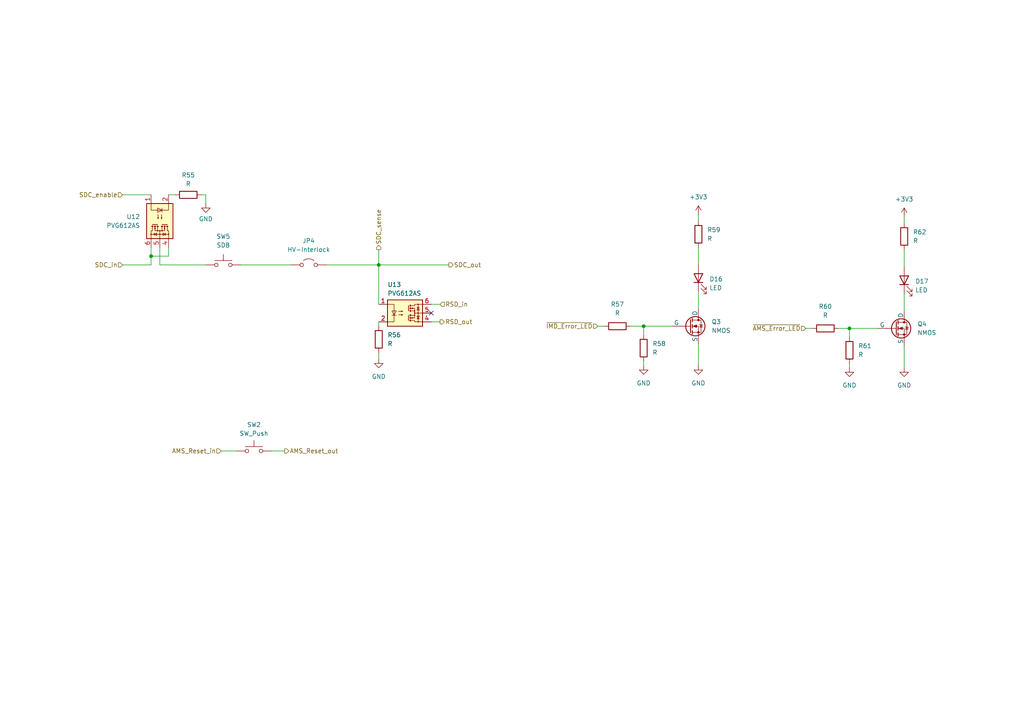
<source format=kicad_sch>
(kicad_sch (version 20231120) (generator "eeschema") (generator_version "8.0")
  (paper "A4")
  (lib_symbols
    (symbol "Device:LED" (pin_numbers hide) (pin_names (offset 1.016) hide)
      (property "Reference" "D" (at 0 2.54 0))
      (property "Value" "LED" (at 0 -2.54 0))
      (symbol "LED_0_1"
        (polyline (pts (xy -1.27 -1.27) (xy -1.27 1.27)) (stroke (width 0.254)))
        (polyline (pts (xy -1.27 0) (xy 1.27 0)))
        (polyline (pts (xy 1.27 -1.27) (xy 1.27 1.27) (xy -1.27 0) (xy 1.27 -1.27)) (stroke (width 0.254)))
        (polyline (pts (xy -3.048 -0.762) (xy -4.572 -2.286) (xy -3.81 -2.286) (xy -4.572 -2.286) (xy -4.572 -1.524)))
        (polyline (pts (xy -1.778 -0.762) (xy -3.302 -2.286) (xy -2.54 -2.286) (xy -3.302 -2.286) (xy -3.302 -1.524)))
      )
      (symbol "LED_1_1"
        (pin passive line (at -3.81 0 0) (length 2.54) (name "K") (number "1"))
        (pin passive line (at 3.81 0 180) (length 2.54) (name "A") (number "2"))
      )
    )
    (symbol "Device:R" (pin_numbers hide) (pin_names (offset 0))
      (property "Reference" "R" (at 2.032 0 90))
      (property "Value" "R" (at 0 0 90))
      (symbol "R_0_1"
        (rectangle (start -1.016 -2.54) (end 1.016 2.54) (stroke (width 0.254)))
      )
      (symbol "R_1_1"
        (pin passive line (at 0 3.81 270) (length 1.27) (name "~") (number "1"))
        (pin passive line (at 0 -3.81 90) (length 1.27) (name "~") (number "2"))
      )
    )
    (symbol "FaSTTUBe_Power-Switches:PVG612AS"
      (property "Reference" "U" (at -3.81 5.08 0))
      (property "Value" "PVG612AS" (at 0 -5.08 0))
      (symbol "PVG612AS_0_1"
        (rectangle (start -5.08 3.81) (end 5.08 -3.81) (stroke (width 0.254)) (fill (type background)))
        (polyline (pts (xy -3.81 -0.635) (xy -2.54 -0.635)))
        (polyline (pts (xy 1.016 -0.635) (xy 1.016 -2.159)) (stroke (width 0.2032)))
        (polyline (pts (xy 1.016 2.159) (xy 1.016 0.635)) (stroke (width 0.2032)))
        (polyline (pts (xy 1.524 -0.508) (xy 1.524 -0.762)) (stroke (width 0.3556)))
        (polyline (pts (xy 2.794 0) (xy 5.08 0)))
        (polyline (pts (xy 3.429 -1.651) (xy 4.191 -1.651)))
        (polyline (pts (xy 3.429 1.651) (xy 4.191 1.651)))
        (polyline (pts (xy 3.81 -2.54) (xy 3.81 2.54)))
        (polyline (pts (xy 1.524 -2.032) (xy 1.524 -2.286) (xy 1.524 -2.286)) (stroke (width 0.3556)))
        (polyline (pts (xy 1.524 -1.27) (xy 1.524 -1.524) (xy 1.524 -1.524)) (stroke (width 0.3556)))
        (polyline (pts (xy 1.524 0.762) (xy 1.524 0.508) (xy 1.524 0.508)) (stroke (width 0.3556)))
        (polyline (pts (xy 1.524 1.524) (xy 1.524 1.27) (xy 1.524 1.27)) (stroke (width 0.3556)))
        (polyline (pts (xy 1.524 2.286) (xy 1.524 2.032) (xy 1.524 2.032)) (stroke (width 0.3556)))
        (polyline (pts (xy 1.651 -1.397) (xy 2.794 -1.397) (xy 2.794 -0.635)))
        (polyline (pts (xy 1.651 1.397) (xy 2.794 1.397) (xy 2.794 0.635)))
        (polyline (pts (xy -5.08 2.54) (xy -3.175 2.54) (xy -3.175 -2.54) (xy -5.08 -2.54)))
        (polyline (pts (xy -3.175 -0.635) (xy -3.81 0.635) (xy -2.54 0.635) (xy -3.175 -0.635)))
        (polyline (pts (xy 1.651 -2.159) (xy 2.794 -2.159) (xy 2.794 -2.54) (xy 5.08 -2.54)))
        (polyline (pts (xy 1.651 -0.635) (xy 2.794 -0.635) (xy 2.794 0.635) (xy 1.651 0.635)))
        (polyline (pts (xy 1.651 2.159) (xy 2.794 2.159) (xy 2.794 2.54) (xy 5.08 2.54)))
        (polyline (pts (xy 1.778 -1.397) (xy 2.286 -1.27) (xy 2.286 -1.524) (xy 1.778 -1.397)))
        (polyline (pts (xy 1.778 1.397) (xy 2.286 1.524) (xy 2.286 1.27) (xy 1.778 1.397)))
        (polyline (pts (xy 3.81 -1.651) (xy 3.429 -0.889) (xy 4.191 -0.889) (xy 3.81 -1.651)))
        (polyline (pts (xy 3.81 1.651) (xy 3.429 0.889) (xy 4.191 0.889) (xy 3.81 1.651)))
        (polyline (pts (xy -1.905 -0.508) (xy -0.635 -0.508) (xy -1.016 -0.635) (xy -1.016 -0.381) (xy -0.635 -0.508)))
        (polyline (pts (xy -1.905 0.508) (xy -0.635 0.508) (xy -1.016 0.381) (xy -1.016 0.635) (xy -0.635 0.508)))
        (circle (center 2.794 -0.635) (radius 0.127))
        (circle (center 2.794 0) (radius 0.127))
        (circle (center 2.794 0.635) (radius 0.127))
        (circle (center 3.81 -2.54) (radius 0.127))
        (circle (center 3.81 0) (radius 0.127))
        (circle (center 3.81 2.54) (radius 0.127))
      )
      (symbol "PVG612AS_1_1"
        (pin passive line (at -7.62 2.54 0) (length 2.54) (name "~") (number "1"))
        (pin passive line (at -7.62 -2.54 0) (length 2.54) (name "~") (number "2"))
        (pin no_connect line (at -5.08 0 0) (length 2.54) hide (name "~") (number "3"))
        (pin passive line (at 7.62 -2.54 180) (length 2.54) (name "~") (number "4"))
        (pin passive line (at 7.62 0 180) (length 2.54) (name "~") (number "5"))
        (pin passive line (at 7.62 2.54 180) (length 2.54) (name "~") (number "6"))
      )
    )
    (symbol "Jumper:Jumper_2_Open" (pin_numbers hide) (pin_names (offset 0) hide) (exclude_from_sim yes)
      (property "Reference" "JP" (at 0 2.794 0))
      (property "Value" "Jumper_2_Open" (at 0 -2.286 0))
      (symbol "Jumper_2_Open_0_0"
        (circle (center -2.032 0) (radius 0.508))
        (circle (center 2.032 0) (radius 0.508))
      )
      (symbol "Jumper_2_Open_0_1"
        (arc (start 1.524 1.27) (mid 0 1.778) (end -1.524 1.27))
      )
      (symbol "Jumper_2_Open_1_1"
        (pin passive line (at -5.08 0 0) (length 2.54) (name "A") (number "1"))
        (pin passive line (at 5.08 0 180) (length 2.54) (name "B") (number "2"))
      )
    )
    (symbol "Simulation_SPICE:NMOS" (pin_numbers hide) (pin_names (offset 0))
      (property "Reference" "Q" (at 5.08 1.27 0))
      (property "Value" "NMOS" (at 5.08 -1.27 0))
      (symbol "NMOS_0_1"
        (polyline (pts (xy 0.254 0) (xy -2.54 0)))
        (polyline (pts (xy 0.254 1.905) (xy 0.254 -1.905)) (stroke (width 0.254)))
        (polyline (pts (xy 0.762 -1.27) (xy 0.762 -2.286)) (stroke (width 0.254)))
        (polyline (pts (xy 0.762 0.508) (xy 0.762 -0.508)) (stroke (width 0.254)))
        (polyline (pts (xy 0.762 2.286) (xy 0.762 1.27)) (stroke (width 0.254)))
        (polyline (pts (xy 2.54 2.54) (xy 2.54 1.778)))
        (polyline (pts (xy 2.54 -2.54) (xy 2.54 0) (xy 0.762 0)))
        (polyline (pts (xy 0.762 -1.778) (xy 3.302 -1.778) (xy 3.302 1.778) (xy 0.762 1.778)))
        (polyline (pts (xy 1.016 0) (xy 2.032 0.381) (xy 2.032 -0.381) (xy 1.016 0)) (fill (type outline)))
        (polyline (pts (xy 2.794 0.508) (xy 2.921 0.381) (xy 3.683 0.381) (xy 3.81 0.254)))
        (polyline (pts (xy 3.302 0.381) (xy 2.921 -0.254) (xy 3.683 -0.254) (xy 3.302 0.381)))
        (circle (center 1.651 0) (radius 2.794) (stroke (width 0.254)))
        (circle (center 2.54 -1.778) (radius 0.254) (fill (type outline)))
        (circle (center 2.54 1.778) (radius 0.254) (fill (type outline)))
      )
      (symbol "NMOS_1_1"
        (pin passive line (at 2.54 5.08 270) (length 2.54) (name "D") (number "1"))
        (pin input line (at -5.08 0 0) (length 2.54) (name "G") (number "2"))
        (pin passive line (at 2.54 -5.08 90) (length 2.54) (name "S") (number "3"))
      )
    )
    (symbol "Switch:SW_Push" (pin_numbers hide) (pin_names (offset 1.016) hide)
      (property "Reference" "SW" (at 1.27 2.54 0))
      (property "Value" "SW_Push" (at 0 -1.524 0))
      (symbol "SW_Push_0_1"
        (circle (center -2.032 0) (radius 0.508))
        (polyline (pts (xy 0 1.27) (xy 0 3.048)))
        (polyline (pts (xy 2.54 1.27) (xy -2.54 1.27)))
        (circle (center 2.032 0) (radius 0.508))
        (pin passive line (at -5.08 0 0) (length 2.54) (name "1") (number "1"))
        (pin passive line (at 5.08 0 180) (length 2.54) (name "2") (number "2"))
      )
    )
    (symbol "power:+3V3" (power) (pin_numbers hide) (pin_names (offset 0) hide)
      (property "Value" "+3V3" (at 0 3.556 0))
      (symbol "+3V3_0_1"
        (polyline (pts (xy -0.762 1.27) (xy 0 2.54)))
        (polyline (pts (xy 0 0) (xy 0 2.54)))
        (polyline (pts (xy 0 2.54) (xy 0.762 1.27)))
      )
      (symbol "+3V3_1_1"
        (pin power_in line (at 0 0 90) (length 0) (name "~") (number "1"))
      )
    )
    (symbol "power:GND" (power) (pin_numbers hide) (pin_names (offset 0) hide)
      (property "Value" "GND" (at 0 -3.81 0))
      (symbol "GND_0_1"
        (polyline (pts (xy 0 0) (xy 0 -1.27) (xy 1.27 -1.27) (xy 0 -2.54) (xy -1.27 -1.27) (xy 0 -1.27)))
      )
      (symbol "GND_1_1"
        (pin power_in line (at 0 0 270) (length 0) (name "~") (number "1"))
      )
    )
  )
  (junction (at 43.815 74.295))
  (junction (at 109.855 76.835))
  (junction (at 246.38 95.25))
  (junction (at 186.69 94.615))
  (no_connect (at 125.095 90.805))
  (wire (pts (xy 78.74 130.81) (xy 82.55 130.81)))
  (wire (pts (xy 173.355 94.615) (xy 175.26 94.615)))
  (wire (pts (xy 233.68 95.25) (xy 235.585 95.25)))
  (wire (pts (xy 64.135 130.81) (xy 68.58 130.81)))
  (wire (pts (xy 202.565 99.695) (xy 202.565 106.045)))
  (wire (pts (xy 35.56 76.835) (xy 43.815 76.835)))
  (wire (pts (xy 48.895 71.755) (xy 48.895 74.295)))
  (wire (pts (xy 109.855 72.39) (xy 109.855 76.835)))
  (wire (pts (xy 246.38 95.25) (xy 246.38 97.79)))
  (wire (pts (xy 58.42 56.515) (xy 59.69 56.515)))
  (wire (pts (xy 127.635 88.265) (xy 125.095 88.265)))
  (wire (pts (xy 262.255 100.33) (xy 262.255 106.68)))
  (wire (pts (xy 125.095 93.345) (xy 127.635 93.345)))
  (wire (pts (xy 43.815 71.755) (xy 43.815 74.295)))
  (wire (pts (xy 262.255 85.09) (xy 262.255 90.17)))
  (wire (pts (xy 243.205 95.25) (xy 246.38 95.25)))
  (wire (pts (xy 109.855 76.835) (xy 130.175 76.835)))
  (wire (pts (xy 109.855 102.235) (xy 109.855 104.14)))
  (wire (pts (xy 109.855 93.345) (xy 109.855 94.615)))
  (wire (pts (xy 109.855 76.835) (xy 109.855 88.265)))
  (wire (pts (xy 262.255 62.865) (xy 262.255 64.77)))
  (wire (pts (xy 186.69 94.615) (xy 194.945 94.615)))
  (wire (pts (xy 182.88 94.615) (xy 186.69 94.615)))
  (wire (pts (xy 35.56 56.515) (xy 43.815 56.515)))
  (wire (pts (xy 202.565 62.23) (xy 202.565 64.135)))
  (wire (pts (xy 202.565 71.755) (xy 202.565 76.835)))
  (wire (pts (xy 59.69 56.515) (xy 59.69 59.055)))
  (wire (pts (xy 43.815 74.295) (xy 48.895 74.295)))
  (wire (pts (xy 46.355 76.835) (xy 59.69 76.835)))
  (wire (pts (xy 186.69 94.615) (xy 186.69 97.155)))
  (wire (pts (xy 46.355 71.755) (xy 46.355 76.835)))
  (wire (pts (xy 94.615 76.835) (xy 109.855 76.835)))
  (wire (pts (xy 69.85 76.835) (xy 84.455 76.835)))
  (wire (pts (xy 43.815 74.295) (xy 43.815 76.835)))
  (wire (pts (xy 48.895 56.515) (xy 50.8 56.515)))
  (wire (pts (xy 262.255 72.39) (xy 262.255 77.47)))
  (wire (pts (xy 246.38 95.25) (xy 254.635 95.25)))
  (wire (pts (xy 246.38 106.68) (xy 246.38 105.41)))
  (wire (pts (xy 186.69 106.045) (xy 186.69 104.775)))
  (wire (pts (xy 202.565 84.455) (xy 202.565 89.535)))
  (hierarchical_label "SDC_out" (shape output) (at 130.175 76.835 0))
  (hierarchical_label "RSD_in" (shape input) (at 127.635 88.265 0))
  (hierarchical_label "~{AMS_Error_LED}" (shape input) (at 233.68 95.25 180))
  (hierarchical_label "~{IMD_Error_LED}" (shape input) (at 173.355 94.615 180))
  (hierarchical_label "SDC_in" (shape input) (at 35.56 76.835 180))
  (hierarchical_label "AMS_Reset_in" (shape input) (at 64.135 130.81 180))
  (hierarchical_label "SDC_enable" (shape input) (at 35.56 56.515 180))
  (hierarchical_label "AMS_Reset_out" (shape output) (at 82.55 130.81 0))
  (hierarchical_label "RSD_out" (shape output) (at 127.635 93.345 0))
  (hierarchical_label "SDC_sense" (shape output) (at 109.855 72.39 90))
  (symbol (lib_id "Device:R") (at 262.255 68.58 180) (unit 1)
    (property "Reference" "R62" (at 264.795 67.3099 0) (effects (justify right)))
    (property "Value" "R" (at 264.795 69.8499 0) (effects (justify right)))
    (property "Description" "Resistor" (effects (hide yes)))
  )
  (symbol (lib_id "Device:R") (at 179.07 94.615 270) (unit 1)
    (property "Reference" "R57" (at 179.07 88.265 90))
    (property "Value" "R" (at 179.07 90.805 90))
    (property "Footprint" "Resistor_SMD:R_0603_1608Metric" (effects (hide yes)))
    (property "Description" "Resistor" (effects (hide yes)))
  )
  (symbol (lib_id "Device:R") (at 186.69 100.965 180) (unit 1)
    (property "Reference" "R58" (at 189.23 99.6949 0) (effects (justify right)))
    (property "Value" "R" (at 189.23 102.2349 0) (effects (justify right)))
    (property "Footprint" "Resistor_SMD:R_0603_1608Metric" (effects (hide yes)))
    (property "Description" "Resistor" (effects (hide yes)))
  )
  (symbol (lib_id "power:GND") (at 59.69 59.055 0) (unit 1)
    (property "Reference" "#PWR0118" (effects (hide yes)))
    (property "Value" "GND" (at 59.69 63.5 0))
    (property "Description" "Power symbol creates a global label with name \"GND\" , ground" (effects (hide yes)))
  )
  (symbol (lib_id "power:GND") (at 246.38 106.68 0) (unit 1)
    (property "Reference" "#PWR0123" (effects (hide yes)))
    (property "Value" "GND" (at 246.38 111.76 0))
    (property "Description" "Power symbol creates a global label with name \"GND\" , ground" (effects (hide yes)))
  )
  (symbol (lib_id "Device:R") (at 202.565 67.945 180) (unit 1)
    (property "Reference" "R59" (at 205.105 66.6749 0) (effects (justify right)))
    (property "Value" "R" (at 205.105 69.2149 0) (effects (justify right)))
    (property "Description" "Resistor" (effects (hide yes)))
  )
  (symbol (lib_id "Device:R") (at 109.855 98.425 180) (unit 1)
    (property "Reference" "R56" (at 112.395 97.1549 0) (effects (justify right)))
    (property "Value" "R" (at 112.395 99.6949 0) (effects (justify right)))
    (property "Description" "Resistor" (effects (hide yes)))
  )
  (symbol (lib_id "power:+3V3") (at 202.565 62.23 0) (unit 1)
    (property "Reference" "#PWR0121" (effects (hide yes)))
    (property "Value" "+3V3" (at 202.565 57.15 0))
    (property "Description" "Power symbol creates a global label with name \"+3V3\"" (effects (hide yes)))
  )
  (symbol (lib_id "Simulation_SPICE:NMOS") (at 200.025 94.615 0) (unit 1)
    (property "Reference" "Q3" (at 206.375 93.3449 0) (effects (justify left)))
    (property "Value" "NMOS" (at 206.375 95.8849 0) (effects (justify left)))
    (property "Datasheet" "https://ngspice.sourceforge.io/docs/ngspice-html-manual/manual.xhtml#cha_MOSFETs" (effects (hide yes)))
    (property "Description" "N-MOSFET transistor, drain/source/gate" (effects (hide yes)))
    (property "Sim.Device" "NMOS" (effects (hide yes)))
    (property "Sim.Type" "VDMOS" (effects (hide yes)))
    (property "Sim.Pins" "1=D 2=G 3=S" (effects (hide yes)))
  )
  (symbol (lib_id "Device:R") (at 239.395 95.25 270) (unit 1)
    (property "Reference" "R60" (at 239.395 88.9 90))
    (property "Value" "R" (at 239.395 91.44 90))
    (property "Footprint" "Resistor_SMD:R_0603_1608Metric" (effects (hide yes)))
    (property "Description" "Resistor" (effects (hide yes)))
  )
  (symbol (lib_id "Jumper:Jumper_2_Open") (at 89.535 76.835 0) (unit 1) (exclude_from_sim yes)
    (property "Reference" "JP4" (at 89.535 69.85 0))
    (property "Value" "HV-Interlock" (at 89.535 72.39 0))
    (property "Footprint" "FaSTTUBe_connectors:Micro_Mate-N-Lok_2p_vertical" (effects (hide yes)))
    (property "Description" "Jumper, 2-pole, open" (effects (hide yes)))
  )
  (symbol (lib_id "power:GND") (at 186.69 106.045 0) (unit 1)
    (property "Reference" "#PWR0120" (effects (hide yes)))
    (property "Value" "GND" (at 186.69 111.125 0))
    (property "Description" "Power symbol creates a global label with name \"GND\" , ground" (effects (hide yes)))
  )
  (symbol (lib_id "Device:R") (at 54.61 56.515 90) (unit 1)
    (property "Reference" "R55" (at 54.61 50.8 90))
    (property "Value" "R" (at 54.61 53.34 90))
    (property "Description" "Resistor" (effects (hide yes)))
  )
  (symbol (lib_id "Device:LED") (at 202.565 80.645 90) (unit 1)
    (property "Reference" "D16" (at 205.74 80.9624 90) (effects (justify right)))
    (property "Value" "LED" (at 205.74 83.5024 90) (effects (justify right)))
    (property "Description" "Light emitting diode" (effects (hide yes)))
  )
  (symbol (lib_id "Device:R") (at 246.38 101.6 180) (unit 1)
    (property "Reference" "R61" (at 248.92 100.3299 0) (effects (justify right)))
    (property "Value" "R" (at 248.92 102.8699 0) (effects (justify right)))
    (property "Footprint" "Resistor_SMD:R_0603_1608Metric" (effects (hide yes)))
    (property "Description" "Resistor" (effects (hide yes)))
  )
  (symbol (lib_id "Device:LED") (at 262.255 81.28 90) (unit 1)
    (property "Reference" "D17" (at 265.43 81.5974 90) (effects (justify right)))
    (property "Value" "LED" (at 265.43 84.1374 90) (effects (justify right)))
    (property "Description" "Light emitting diode" (effects (hide yes)))
  )
  (symbol (lib_id "power:GND") (at 202.565 106.045 0) (unit 1)
    (property "Reference" "#PWR0122" (effects (hide yes)))
    (property "Value" "GND" (at 202.565 111.125 0))
    (property "Description" "Power symbol creates a global label with name \"GND\" , ground" (effects (hide yes)))
  )
  (symbol (lib_id "Switch:SW_Push") (at 64.77 76.835 0) (unit 1)
    (property "Reference" "SW5" (at 64.77 68.58 0))
    (property "Value" "SDB" (at 64.77 71.12 0))
    (property "Footprint" "FaSTTUBe_connectors:Micro_Mate-N-Lok_2p_vertical" (effects (hide yes)))
    (property "Description" "Push button switch, generic, two pins" (effects (hide yes)))
  )
  (symbol (lib_id "power:GND") (at 262.255 106.68 0) (unit 1)
    (property "Reference" "#PWR0125" (effects (hide yes)))
    (property "Value" "GND" (at 262.255 111.76 0))
    (property "Description" "Power symbol creates a global label with name \"GND\" , ground" (effects (hide yes)))
  )
  (symbol (lib_id "Simulation_SPICE:NMOS") (at 259.715 95.25 0) (unit 1)
    (property "Reference" "Q4" (at 266.065 93.9799 0) (effects (justify left)))
    (property "Value" "NMOS" (at 266.065 96.5199 0) (effects (justify left)))
    (property "Datasheet" "https://ngspice.sourceforge.io/docs/ngspice-html-manual/manual.xhtml#cha_MOSFETs" (effects (hide yes)))
    (property "Description" "N-MOSFET transistor, drain/source/gate" (effects (hide yes)))
    (property "Sim.Device" "NMOS" (effects (hide yes)))
    (property "Sim.Type" "VDMOS" (effects (hide yes)))
    (property "Sim.Pins" "1=D 2=G 3=S" (effects (hide yes)))
  )
  (symbol (lib_id "power:+3V3") (at 262.255 62.865 0) (unit 1)
    (property "Reference" "#PWR0124" (effects (hide yes)))
    (property "Value" "+3V3" (at 262.255 57.785 0))
    (property "Description" "Power symbol creates a global label with name \"+3V3\"" (effects (hide yes)))
  )
  (symbol (lib_id "FaSTTUBe_Power-Switches:PVG612AS") (at 46.355 64.135 90) (mirror x) (unit 1)
    (property "Reference" "U12" (at 40.64 62.8649 90) (effects (justify left)))
    (property "Value" "PVG612AS" (at 40.64 65.4049 90) (effects (justify left)))
    (property "Footprint" "Package_DIP:SMDIP-6_W9.53mm" (effects (hide yes)))
    (property "Datasheet" "https://www.infineon.com/dgdl/Infineon-PVG612A-DataSheet-v01_00-EN.pdf?fileId=5546d462533600a401535683ca14293a" (effects (hide yes)))
    (property "Description" "Photo MOSFET optically coupled, 60VDC, 4A, 35mohm, Isolation 4000 VRMS, SMDIP-6" (effects (hide yes)))
  )
  (symbol (lib_id "Switch:SW_Push") (at 73.66 130.81 0) (unit 1)
    (property "Reference" "SW2" (at 73.66 123.19 0))
    (property "Value" "SW_Push" (at 73.66 125.73 0))
    (property "Footprint" "FaSTTUBe_connectors:Micro_Mate-N-Lok_2p_vertical" (effects (hide yes)))
    (property "Description" "Push button switch, generic, two pins" (effects (hide yes)))
  )
  (symbol (lib_id "power:GND") (at 109.855 104.14 0) (unit 1)
    (property "Reference" "#PWR0119" (effects (hide yes)))
    (property "Value" "GND" (at 109.855 109.22 0))
    (property "Description" "Power symbol creates a global label with name \"GND\" , ground" (effects (hide yes)))
  )
  (symbol (lib_id "FaSTTUBe_Power-Switches:PVG612AS") (at 117.475 90.805 0) (unit 1)
    (property "Reference" "U13" (at 112.395 82.55 0) (effects (justify left)))
    (property "Value" "PVG612AS" (at 112.395 85.09 0) (effects (justify left)))
    (property "Footprint" "Package_DIP:SMDIP-6_W9.53mm" (effects (hide yes)))
    (property "Datasheet" "https://www.infineon.com/dgdl/Infineon-PVG612A-DataSheet-v01_00-EN.pdf?fileId=5546d462533600a401535683ca14293a" (effects (hide yes)))
    (property "Description" "Photo MOSFET optically coupled, 60VDC, 4A, 35mohm, Isolation 4000 VRMS, SMDIP-6" (effects (hide yes)))
  )
)
</source>
